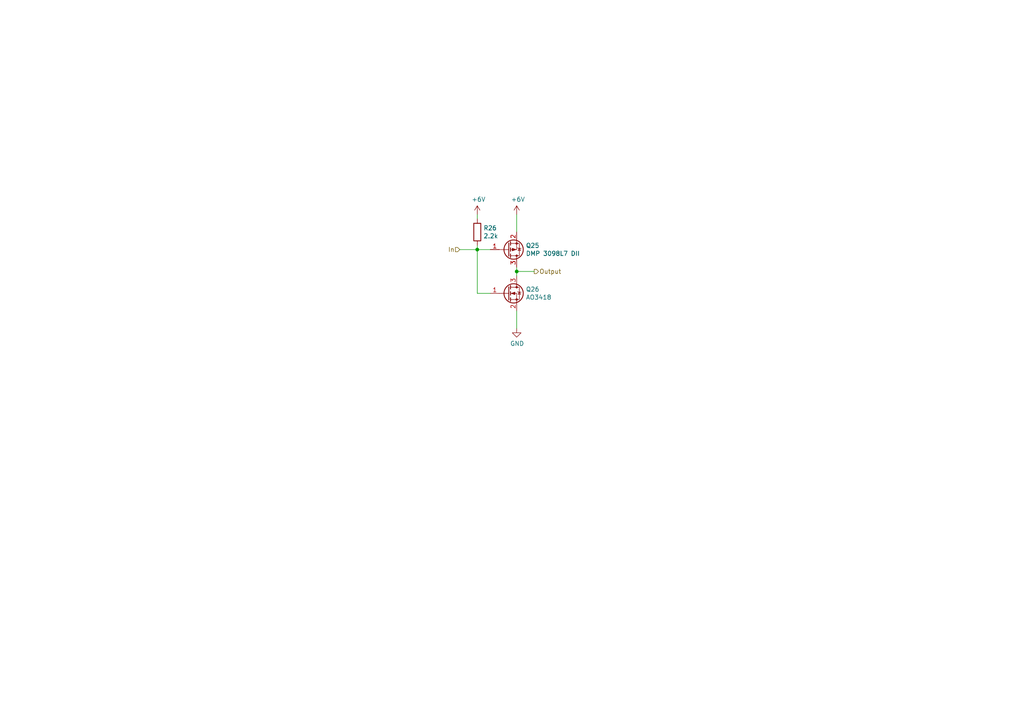
<source format=kicad_sch>
(kicad_sch (version 20211123) (generator eeschema)
  (paper "A4")
  (lib_symbols
    (symbol "Device:Q_NMOS_GSD" (pin_names (offset 0) hide)
      (property "Reference" "Q" (at 5.08 1.27 0))
      (property "Value" "Q_NMOS_GSD" (at 5.08 -1.27 0))
      (symbol "Q_NMOS_GSD_0_1"
        (polyline (pts (xy 0.254 0) (xy -2.54 0)))
        (polyline (pts (xy 0.254 1.905) (xy 0.254 -1.905)) (stroke (width 0.254)))
        (polyline (pts (xy 0.762 -1.27) (xy 0.762 -2.286)) (stroke (width 0.254)))
        (polyline (pts (xy 0.762 0.508) (xy 0.762 -0.508)) (stroke (width 0.254)))
        (polyline (pts (xy 0.762 2.286) (xy 0.762 1.27)) (stroke (width 0.254)))
        (polyline (pts (xy 2.54 2.54) (xy 2.54 1.778)))
        (polyline (pts (xy 2.54 -2.54) (xy 2.54 0) (xy 0.762 0)))
        (polyline (pts (xy 0.762 -1.778) (xy 3.302 -1.778) (xy 3.302 1.778) (xy 0.762 1.778)))
        (polyline (pts (xy 1.016 0) (xy 2.032 0.381) (xy 2.032 -0.381) (xy 1.016 0)) (fill (type outline)))
        (polyline (pts (xy 2.794 0.508) (xy 2.921 0.381) (xy 3.683 0.381) (xy 3.81 0.254)))
        (polyline (pts (xy 3.302 0.381) (xy 2.921 -0.254) (xy 3.683 -0.254) (xy 3.302 0.381)))
        (circle (center 1.651 0) (radius 2.794) (stroke (width 0.254)))
        (circle (center 2.54 -1.778) (radius 0.254) (fill (type outline)))
        (circle (center 2.54 1.778) (radius 0.254) (fill (type outline)))
      )
      (symbol "Q_NMOS_GSD_1_1"
        (pin input line (at -5.08 0 0) (length 2.54) (name "G") (number "1"))
        (pin passive line (at 2.54 -5.08 90) (length 2.54) (name "S") (number "2"))
        (pin passive line (at 2.54 5.08 270) (length 2.54) (name "D") (number "3"))
      )
    )
    (symbol "Device:Q_PMOS_GSD" (pin_names (offset 0) hide)
      (property "Reference" "Q" (at 5.08 1.27 0))
      (property "Value" "Q_PMOS_GSD" (at 5.08 -1.27 0))
      (symbol "Q_PMOS_GSD_0_1"
        (polyline (pts (xy 0.254 0) (xy -2.54 0)))
        (polyline (pts (xy 0.254 1.905) (xy 0.254 -1.905)) (stroke (width 0.254)))
        (polyline (pts (xy 0.762 -1.27) (xy 0.762 -2.286)) (stroke (width 0.254)))
        (polyline (pts (xy 0.762 0.508) (xy 0.762 -0.508)) (stroke (width 0.254)))
        (polyline (pts (xy 0.762 2.286) (xy 0.762 1.27)) (stroke (width 0.254)))
        (polyline (pts (xy 2.54 2.54) (xy 2.54 1.778)))
        (polyline (pts (xy 2.54 -2.54) (xy 2.54 0) (xy 0.762 0)))
        (polyline (pts (xy 0.762 1.778) (xy 3.302 1.778) (xy 3.302 -1.778) (xy 0.762 -1.778)))
        (polyline (pts (xy 2.286 0) (xy 1.27 0.381) (xy 1.27 -0.381) (xy 2.286 0)) (fill (type outline)))
        (polyline (pts (xy 2.794 -0.508) (xy 2.921 -0.381) (xy 3.683 -0.381) (xy 3.81 -0.254)))
        (polyline (pts (xy 3.302 -0.381) (xy 2.921 0.254) (xy 3.683 0.254) (xy 3.302 -0.381)))
        (circle (center 1.651 0) (radius 2.794) (stroke (width 0.254)))
        (circle (center 2.54 -1.778) (radius 0.254) (fill (type outline)))
        (circle (center 2.54 1.778) (radius 0.254) (fill (type outline)))
      )
      (symbol "Q_PMOS_GSD_1_1"
        (pin input line (at -5.08 0 0) (length 2.54) (name "G") (number "1"))
        (pin passive line (at 2.54 -5.08 90) (length 2.54) (name "S") (number "2"))
        (pin passive line (at 2.54 5.08 270) (length 2.54) (name "D") (number "3"))
      )
    )
    (symbol "Device:R" (pin_numbers hide) (pin_names (offset 0))
      (property "Reference" "R" (at 2.032 0 90))
      (property "Value" "R" (at 0 0 90))
      (symbol "R_0_1"
        (rectangle (start -1.016 -2.54) (end 1.016 2.54) (stroke (width 0.254)))
      )
      (symbol "R_1_1"
        (pin passive line (at 0 3.81 270) (length 1.27) (name "~") (number "1"))
        (pin passive line (at 0 -3.81 90) (length 1.27) (name "~") (number "2"))
      )
    )
    (symbol "power:+6V" (power) (pin_names (offset 0))
      (property "Value" "+6V" (at 0 3.556 0))
      (symbol "+6V_0_1"
        (polyline (pts (xy -0.762 1.27) (xy 0 2.54)))
        (polyline (pts (xy 0 0) (xy 0 2.54)))
        (polyline (pts (xy 0 2.54) (xy 0.762 1.27)))
      )
      (symbol "+6V_1_1"
        (pin power_in line (at 0 0 90) (length 0) hide (name "+6V") (number "1"))
      )
    )
    (symbol "power:GND" (power) (pin_names (offset 0))
      (property "Value" "GND" (at 0 -3.81 0))
      (symbol "GND_0_1"
        (polyline (pts (xy 0 0) (xy 0 -1.27) (xy 1.27 -1.27) (xy 0 -2.54) (xy -1.27 -1.27) (xy 0 -1.27)))
      )
      (symbol "GND_1_1"
        (pin power_in line (at 0 0 270) (length 0) hide (name "GND") (number "1"))
      )
    )
  )
  (junction (at 149.86 78.74))
  (junction (at 138.43 72.39))
  (wire (pts (xy 138.43 72.39) (xy 142.24 72.39)))
  (wire (pts (xy 138.43 72.39) (xy 138.43 71.12)))
  (wire (pts (xy 138.43 85.09) (xy 142.24 85.09)))
  (wire (pts (xy 138.43 72.39) (xy 138.43 85.09)))
  (wire (pts (xy 133.35 72.39) (xy 138.43 72.39)))
  (wire (pts (xy 149.86 90.17) (xy 149.86 95.25)))
  (wire (pts (xy 138.43 63.5) (xy 138.43 62.23)))
  (wire (pts (xy 149.86 62.23) (xy 149.86 67.31)))
  (wire (pts (xy 149.86 78.74) (xy 149.86 80.01)))
  (wire (pts (xy 149.86 77.47) (xy 149.86 78.74)))
  (wire (pts (xy 154.94 78.74) (xy 149.86 78.74)))
  (hierarchical_label "Output" (shape output) (at 154.94 78.74 0))
  (hierarchical_label "In" (shape input) (at 133.35 72.39 180))
  (symbol (lib_id "Device:R") (at 138.43 67.31 0) (unit 1)
    (property "Reference" "R26" (at 140.208 66.1416 0) (effects (justify left)))
    (property "Value" "2.2k" (at 140.208 68.453 0) (effects (justify left)))
    (property "Footprint" "Resistor_SMD:R_1206_3216Metric_Pad1.42x1.75mm_HandSolder" (effects hide))
  )
  (symbol (lib_id "Device:Q_NMOS_GSD") (at 147.32 85.09 0) (unit 1)
    (property "Reference" "Q26" (at 152.5016 83.9216 0) (effects (justify left)))
    (property "Value" "AO3418" (at 152.5016 86.233 0) (effects (justify left)))
    (property "Footprint" "Package_TO_SOT_SMD:SOT-23_Handsoldering" (effects hide))
  )
  (symbol (lib_id "power:GND") (at 149.86 95.25 0) (unit 1)
    (property "Reference" "#PWR0170" (effects hide))
    (property "Value" "GND" (at 149.987 99.6442 0))
  )
  (symbol (lib_id "power:+6V") (at 138.43 62.23 0) (unit 1)
    (property "Reference" "#PWR0171" (effects hide))
    (property "Value" "+6V" (at 138.811 57.8358 0))
  )
  (symbol (lib_id "power:+6V") (at 149.86 62.23 0) (unit 1)
    (property "Reference" "#PWR0172" (effects hide))
    (property "Value" "+6V" (at 150.241 57.8358 0))
  )
  (symbol (lib_id "Device:Q_PMOS_GSD") (at 147.32 72.39 0) (mirror x) (unit 1)
    (property "Reference" "Q25" (at 152.5016 71.2216 0) (effects (justify left)))
    (property "Value" "DMP 3098L7 DII" (at 152.5016 73.533 0) (effects (justify left)))
    (property "Footprint" "Package_TO_SOT_SMD:SOT-23_Handsoldering" (effects hide))
  )
)
</source>
